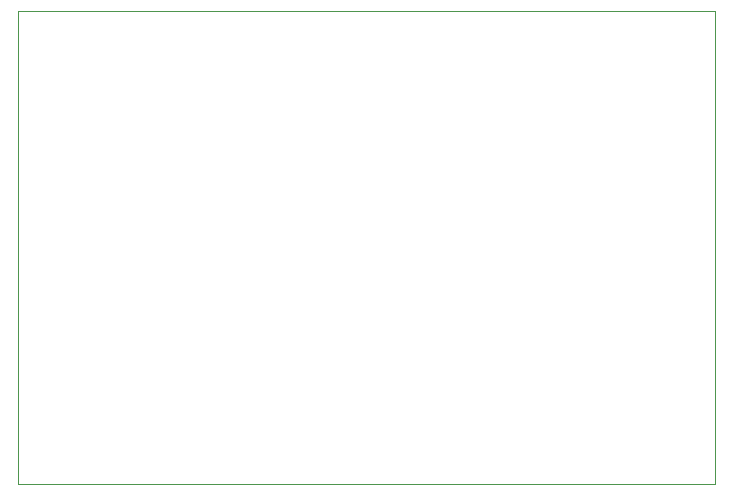
<source format=gbr>
%TF.GenerationSoftware,KiCad,Pcbnew,9.0.2*%
%TF.CreationDate,2025-11-05T15:04:59+13:00*%
%TF.ProjectId,Rob_Dev_Board,526f625f-4465-4765-9f42-6f6172642e6b,rev?*%
%TF.SameCoordinates,Original*%
%TF.FileFunction,Profile,NP*%
%FSLAX46Y46*%
G04 Gerber Fmt 4.6, Leading zero omitted, Abs format (unit mm)*
G04 Created by KiCad (PCBNEW 9.0.2) date 2025-11-05 15:04:59*
%MOMM*%
%LPD*%
G01*
G04 APERTURE LIST*
%TA.AperFunction,Profile*%
%ADD10C,0.050000*%
%TD*%
G04 APERTURE END LIST*
D10*
X64000000Y-60500000D02*
X123000000Y-60500000D01*
X123000000Y-100500000D01*
X64000000Y-100500000D01*
X64000000Y-60500000D01*
M02*

</source>
